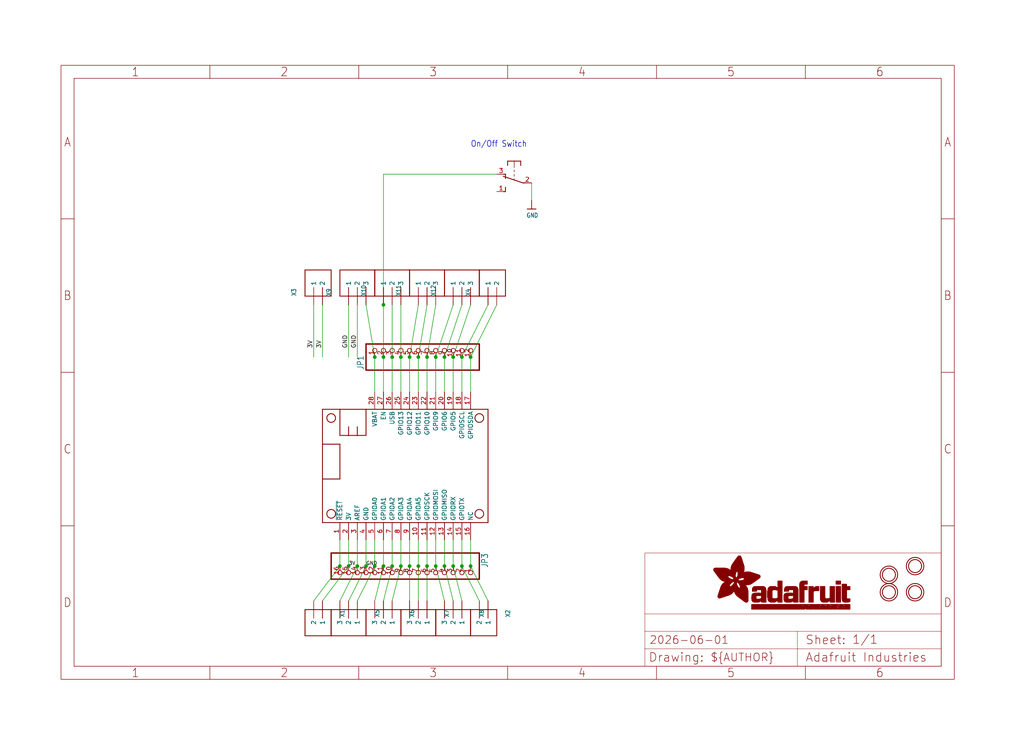
<source format=kicad_sch>
(kicad_sch (version 20230121) (generator eeschema)
  (paper "User" 298.45 217.322)
  (lib_symbols
    (symbol "working-eagle-import:FEATHERWING_NODIM"
      (symbol "FEATHERWING_NODIM_1_0"
        (pin input line (at 5.08 -5.08 90) (length 5.08) (name "~{RESET}") (number "1"))
        (pin bidirectional line (at 27.94 -5.08 90) (length 5.08) (name "GPIOA5") (number "10"))
        (pin bidirectional line (at 30.48 -5.08 90) (length 5.08) (name "GPIOSCK") (number "11"))
        (pin bidirectional line (at 33.02 -5.08 90) (length 5.08) (name "GPIOMOSI") (number "12"))
        (pin bidirectional line (at 35.56 -5.08 90) (length 5.08) (name "GPIOMISO") (number "13"))
        (pin bidirectional line (at 38.1 -5.08 90) (length 5.08) (name "GPIORX") (number "14"))
        (pin bidirectional line (at 40.64 -5.08 90) (length 5.08) (name "GPIOTX") (number "15"))
        (pin passive line (at 43.18 -5.08 90) (length 5.08) (name "NC") (number "16"))
        (pin bidirectional line (at 43.18 38.1 270) (length 5.08) (name "GPIOSDA") (number "17"))
        (pin bidirectional line (at 40.64 38.1 270) (length 5.08) (name "GPIOSCL") (number "18"))
        (pin bidirectional line (at 38.1 38.1 270) (length 5.08) (name "GPIO5") (number "19"))
        (pin power_in line (at 7.62 -5.08 90) (length 5.08) (name "3V") (number "2"))
        (pin bidirectional line (at 35.56 38.1 270) (length 5.08) (name "GPIO6") (number "20"))
        (pin bidirectional line (at 33.02 38.1 270) (length 5.08) (name "GPIO9") (number "21"))
        (pin bidirectional line (at 30.48 38.1 270) (length 5.08) (name "GPIO10") (number "22"))
        (pin bidirectional line (at 27.94 38.1 270) (length 5.08) (name "GPIO11") (number "23"))
        (pin bidirectional line (at 25.4 38.1 270) (length 5.08) (name "GPIO12") (number "24"))
        (pin bidirectional line (at 22.86 38.1 270) (length 5.08) (name "GPIO13") (number "25"))
        (pin power_in line (at 20.32 38.1 270) (length 5.08) (name "USB") (number "26"))
        (pin passive line (at 17.78 38.1 270) (length 5.08) (name "EN") (number "27"))
        (pin power_in line (at 15.24 38.1 270) (length 5.08) (name "VBAT") (number "28"))
        (pin passive line (at 10.16 -5.08 90) (length 5.08) (name "AREF") (number "3"))
        (pin power_in line (at 12.7 -5.08 90) (length 5.08) (name "GND") (number "4"))
        (pin bidirectional line (at 15.24 -5.08 90) (length 5.08) (name "GPIOA0") (number "5"))
        (pin bidirectional line (at 17.78 -5.08 90) (length 5.08) (name "GPIOA1") (number "6"))
        (pin bidirectional line (at 20.32 -5.08 90) (length 5.08) (name "GPIOA2") (number "7"))
        (pin bidirectional line (at 22.86 -5.08 90) (length 5.08) (name "GPIOA3") (number "8"))
        (pin bidirectional line (at 25.4 -5.08 90) (length 5.08) (name "GPIOA4") (number "9"))
      )
    )
    (symbol "working-eagle-import:FRAME_A4_ADAFRUIT"
      (symbol "FRAME_A4_ADAFRUIT_1_0"
        (text "${#}/${##}" (at 230.505 10.16 0) (effects (font (size 2.54 2.54)) (justify left bottom)))
        (text "${AUTHOR}" (at 189.23 5.08 0) (effects (font (size 2.286 2.286)) (justify left bottom)))
        (text "${CURRENT_DATE}" (at 171.45 10.16 0) (effects (font (size 2.286 2.286)) (justify left bottom)))
        (text "${PROJECTNAME}" (at 171.45 15.24 0) (effects (font (size 2.54 2.54)) (justify left bottom)))
        (text "1" (at 21.6958 1.905 0) (effects (font (size 2.54 2.286))))
        (text "1" (at 21.6958 177.165 0) (effects (font (size 2.54 2.286))))
        (text "2" (at 65.0875 1.905 0) (effects (font (size 2.54 2.286))))
        (text "2" (at 65.0875 177.165 0) (effects (font (size 2.54 2.286))))
        (text "3" (at 108.4792 1.905 0) (effects (font (size 2.54 2.286))))
        (text "3" (at 108.4792 177.165 0) (effects (font (size 2.54 2.286))))
        (text "4" (at 151.8708 1.905 0) (effects (font (size 2.54 2.286))))
        (text "4" (at 151.8708 177.165 0) (effects (font (size 2.54 2.286))))
        (text "5" (at 195.2625 1.905 0) (effects (font (size 2.54 2.286))))
        (text "5" (at 195.2625 177.165 0) (effects (font (size 2.54 2.286))))
        (text "6" (at 238.6542 1.905 0) (effects (font (size 2.54 2.286))))
        (text "6" (at 238.6542 177.165 0) (effects (font (size 2.54 2.286))))
        (text "A" (at 1.905 156.6863 0) (effects (font (size 2.54 2.286))))
        (text "A" (at 258.445 156.6863 0) (effects (font (size 2.54 2.286))))
        (text "Adafruit Industries" (at 216.916 4.953 0) (effects (font (size 2.54 2.54)) (justify left bottom)))
        (text "B" (at 1.905 111.9188 0) (effects (font (size 2.54 2.286))))
        (text "B" (at 258.445 111.9188 0) (effects (font (size 2.54 2.286))))
        (text "C" (at 1.905 67.1513 0) (effects (font (size 2.54 2.286))))
        (text "C" (at 258.445 67.1513 0) (effects (font (size 2.54 2.286))))
        (text "D" (at 1.905 22.3838 0) (effects (font (size 2.54 2.286))))
        (text "D" (at 258.445 22.3838 0) (effects (font (size 2.54 2.286))))
        (text "Drawing:" (at 171.196 4.953 0) (effects (font (size 2.54 2.54)) (justify left bottom)))
        (text "Sheet:" (at 216.916 10.033 0) (effects (font (size 2.54 2.54)) (justify left bottom)))
      )
    )
    (symbol "working-eagle-import:GND" (power)
      (property "Value" "GND" (at -1.524 -2.54 0))
      (symbol "GND_1_0"
        (pin power_in line (at 0 2.54 270) (length 2.54) (name "GND") (number "1"))
      )
    )
    (symbol "working-eagle-import:HEADER-1X1276MIL"
      (property "Reference" "JP" (at -6.35 18.415 0))
      (symbol "HEADER-1X1276MIL_1_0"
        (pin passive inverted (at -2.54 15.24 0) (length 2.54) (name "1") (number "1"))
        (pin passive inverted (at -2.54 -7.62 0) (length 2.54) (name "10") (number "10"))
        (pin passive inverted (at -2.54 -10.16 0) (length 2.54) (name "11") (number "11"))
        (pin passive inverted (at -2.54 -12.7 0) (length 2.54) (name "12") (number "12"))
        (pin passive inverted (at -2.54 12.7 0) (length 2.54) (name "2") (number "2"))
        (pin passive inverted (at -2.54 10.16 0) (length 2.54) (name "3") (number "3"))
        (pin passive inverted (at -2.54 7.62 0) (length 2.54) (name "4") (number "4"))
        (pin passive inverted (at -2.54 5.08 0) (length 2.54) (name "5") (number "5"))
        (pin passive inverted (at -2.54 2.54 0) (length 2.54) (name "6") (number "6"))
        (pin passive inverted (at -2.54 0 0) (length 2.54) (name "7") (number "7"))
        (pin passive inverted (at -2.54 -2.54 0) (length 2.54) (name "8") (number "8"))
        (pin passive inverted (at -2.54 -5.08 0) (length 2.54) (name "9") (number "9"))
      )
    )
    (symbol "working-eagle-import:HEADER-1X16_76MIL"
      (property "Reference" "JP" (at -6.35 20.955 0))
      (symbol "HEADER-1X16_76MIL_1_0"
        (pin passive inverted (at -2.54 17.78 0) (length 2.54) (name "1") (number "1"))
        (pin passive inverted (at -2.54 -5.08 0) (length 2.54) (name "10") (number "10"))
        (pin passive inverted (at -2.54 -7.62 0) (length 2.54) (name "11") (number "11"))
        (pin passive inverted (at -2.54 -10.16 0) (length 2.54) (name "12") (number "12"))
        (pin passive inverted (at -2.54 -12.7 0) (length 2.54) (name "13") (number "13"))
        (pin passive inverted (at -2.54 -15.24 0) (length 2.54) (name "14") (number "14"))
        (pin passive inverted (at -2.54 -17.78 0) (length 2.54) (name "15") (number "15"))
        (pin passive inverted (at -2.54 -20.32 0) (length 2.54) (name "16") (number "16"))
        (pin passive inverted (at -2.54 15.24 0) (length 2.54) (name "2") (number "2"))
        (pin passive inverted (at -2.54 12.7 0) (length 2.54) (name "3") (number "3"))
        (pin passive inverted (at -2.54 10.16 0) (length 2.54) (name "4") (number "4"))
        (pin passive inverted (at -2.54 7.62 0) (length 2.54) (name "5") (number "5"))
        (pin passive inverted (at -2.54 5.08 0) (length 2.54) (name "6") (number "6"))
        (pin passive inverted (at -2.54 2.54 0) (length 2.54) (name "7") (number "7"))
        (pin passive inverted (at -2.54 0 0) (length 2.54) (name "8") (number "8"))
        (pin passive inverted (at -2.54 -2.54 0) (length 2.54) (name "9") (number "9"))
      )
    )
    (symbol "working-eagle-import:MOUNTINGHOLE3.0THIN")
    (symbol "working-eagle-import:OS102011MA1Q"
      (symbol "OS102011MA1Q_1_0"
        (pin passive line (at 2.54 5.08 270) (length 2.54) (name "S") (number "1"))
        (pin passive line (at 0 -5.08 90) (length 2.54) (name "P") (number "2"))
        (pin passive line (at -2.54 5.08 270) (length 2.54) (name "O") (number "3"))
      )
      (symbol "OS102011MA1Q_2_0"
        (pin passive line (at 0 0 0) (length 5.08) (name "MT") (number "MT1"))
      )
      (symbol "OS102011MA1Q_3_0"
        (pin passive line (at 0 0 0) (length 5.08) (name "MT") (number "MT2"))
      )
    )
    (symbol "working-eagle-import:TERMBLOCK_1X2"
      (property "Reference" "X" (at -2.54 7.62 0))
      (symbol "TERMBLOCK_1X2_1_0"
        (pin passive line (at -5.08 2.54 0) (length 5.08) (name "1") (number "1"))
        (pin passive line (at -5.08 0 0) (length 5.08) (name "2") (number "2"))
      )
    )
    (symbol "working-eagle-import:TERMBLOCK_1X3"
      (property "Reference" "X" (at -2.54 7.62 0))
      (symbol "TERMBLOCK_1X3_1_0"
        (pin passive line (at -5.08 2.54 0) (length 5.08) (name "1") (number "1"))
        (pin passive line (at -5.08 0 0) (length 5.08) (name "2") (number "2"))
        (pin passive line (at -5.08 -2.54 0) (length 5.08) (name "3") (number "3"))
      )
    )
  )
  (junction (at 104.14 165.1))
  (junction (at 109.22 165.1))
  (junction (at 119.38 104.14))
  (junction (at 127 104.14))
  (junction (at 121.92 165.1))
  (junction (at 101.6 165.1))
  (junction (at 132.08 165.1))
  (junction (at 119.38 165.1))
  (junction (at 109.22 104.14))
  (junction (at 137.16 104.14))
  (junction (at 111.76 165.1))
  (junction (at 127 165.1))
  (junction (at 134.62 104.14))
  (junction (at 99.06 165.1))
  (junction (at 116.84 104.14))
  (junction (at 114.3 104.14))
  (junction (at 137.16 165.1))
  (junction (at 106.68 165.1))
  (junction (at 124.46 104.14))
  (junction (at 114.3 165.1))
  (junction (at 132.08 104.14))
  (junction (at 129.54 104.14))
  (junction (at 121.92 104.14))
  (junction (at 134.62 165.1))
  (junction (at 111.76 104.14))
  (junction (at 116.84 165.1))
  (junction (at 111.76 88.9))
  (junction (at 129.54 165.1))
  (junction (at 124.46 165.1))
  (wire (pts (xy 134.62 104.14) (xy 134.62 114.3)) (stroke (width 0.1524)))
  (wire (pts (xy 91.44 175.26) (xy 99.06 165.1)) (stroke (width 0.1524)))
  (wire (pts (xy 111.76 104.14) (xy 111.76 88.9)) (stroke (width 0.1524)))
  (wire (pts (xy 134.62 165.1) (xy 134.62 157.48)) (stroke (width 0.1524)))
  (wire (pts (xy 137.16 104.14) (xy 144.78 88.9)) (stroke (width 0.1524)))
  (wire (pts (xy 114.3 165.1) (xy 114.3 157.48)) (stroke (width 0.1524)))
  (wire (pts (xy 109.22 104.14) (xy 106.68 88.9)) (stroke (width 0.1524)))
  (wire (pts (xy 119.38 104.14) (xy 119.38 114.3)) (stroke (width 0.1524)))
  (wire (pts (xy 101.6 88.9) (xy 101.6 104.14)) (stroke (width 0.1524)))
  (wire (pts (xy 114.3 104.14) (xy 114.3 114.3)) (stroke (width 0.1524)))
  (wire (pts (xy 132.08 175.26) (xy 129.54 165.1)) (stroke (width 0.1524)))
  (wire (pts (xy 132.08 88.9) (xy 127 104.14)) (stroke (width 0.1524)))
  (wire (pts (xy 124.46 88.9) (xy 121.92 104.14)) (stroke (width 0.1524)))
  (wire (pts (xy 132.08 104.14) (xy 137.16 88.9)) (stroke (width 0.1524)))
  (wire (pts (xy 137.16 165.1) (xy 137.16 157.48)) (stroke (width 0.1524)))
  (wire (pts (xy 119.38 175.26) (xy 119.38 165.1)) (stroke (width 0.1524)))
  (wire (pts (xy 111.76 104.14) (xy 111.76 114.3)) (stroke (width 0.1524)))
  (wire (pts (xy 109.22 104.14) (xy 109.22 114.3)) (stroke (width 0.1524)))
  (wire (pts (xy 124.46 165.1) (xy 124.46 157.48)) (stroke (width 0.1524)))
  (wire (pts (xy 124.46 175.26) (xy 124.46 165.1)) (stroke (width 0.1524)))
  (wire (pts (xy 144.78 50.8) (xy 111.76 50.8)) (stroke (width 0.1524)))
  (wire (pts (xy 101.6 175.26) (xy 106.68 165.1)) (stroke (width 0.1524)))
  (wire (pts (xy 101.6 165.1) (xy 101.6 157.48)) (stroke (width 0.1524)))
  (wire (pts (xy 121.92 175.26) (xy 121.92 165.1)) (stroke (width 0.1524)))
  (wire (pts (xy 137.16 104.14) (xy 137.16 114.3)) (stroke (width 0.1524)))
  (wire (pts (xy 124.46 104.14) (xy 124.46 114.3)) (stroke (width 0.1524)))
  (wire (pts (xy 134.62 104.14) (xy 142.24 88.9)) (stroke (width 0.1524)))
  (wire (pts (xy 99.06 165.1) (xy 99.06 157.48)) (stroke (width 0.1524)))
  (wire (pts (xy 134.62 175.26) (xy 132.08 165.1)) (stroke (width 0.1524)))
  (wire (pts (xy 111.76 88.9) (xy 111.76 50.8)) (stroke (width 0.1524)))
  (wire (pts (xy 104.14 165.1) (xy 104.14 157.48)) (stroke (width 0.1524)))
  (wire (pts (xy 127 104.14) (xy 127 114.3)) (stroke (width 0.1524)))
  (wire (pts (xy 91.44 88.9) (xy 91.44 104.14)) (stroke (width 0.1524)))
  (wire (pts (xy 93.98 88.9) (xy 93.98 104.14)) (stroke (width 0.1524)))
  (wire (pts (xy 119.38 165.1) (xy 119.38 157.48)) (stroke (width 0.1524)))
  (wire (pts (xy 109.22 175.26) (xy 111.76 165.1)) (stroke (width 0.1524)))
  (wire (pts (xy 121.92 165.1) (xy 121.92 157.48)) (stroke (width 0.1524)))
  (wire (pts (xy 129.54 175.26) (xy 127 165.1)) (stroke (width 0.1524)))
  (wire (pts (xy 111.76 175.26) (xy 114.3 165.1)) (stroke (width 0.1524)))
  (wire (pts (xy 132.08 104.14) (xy 132.08 114.3)) (stroke (width 0.1524)))
  (wire (pts (xy 109.22 165.1) (xy 109.22 157.48)) (stroke (width 0.1524)))
  (wire (pts (xy 114.3 175.26) (xy 116.84 165.1)) (stroke (width 0.1524)))
  (wire (pts (xy 114.3 104.14) (xy 114.3 88.9)) (stroke (width 0.1524)))
  (wire (pts (xy 116.84 104.14) (xy 116.84 88.9)) (stroke (width 0.1524)))
  (wire (pts (xy 134.62 165.1) (xy 139.7 175.26)) (stroke (width 0.1524)))
  (wire (pts (xy 132.08 165.1) (xy 132.08 157.48)) (stroke (width 0.1524)))
  (wire (pts (xy 111.76 165.1) (xy 111.76 157.48)) (stroke (width 0.1524)))
  (wire (pts (xy 119.38 104.14) (xy 121.92 88.9)) (stroke (width 0.1524)))
  (wire (pts (xy 137.16 165.1) (xy 142.24 175.26)) (stroke (width 0.1524)))
  (wire (pts (xy 104.14 88.9) (xy 104.14 104.14)) (stroke (width 0.1524)))
  (wire (pts (xy 154.94 53.34) (xy 154.94 58.42)) (stroke (width 0.1524)))
  (wire (pts (xy 106.68 165.1) (xy 106.68 157.48)) (stroke (width 0.1524)))
  (wire (pts (xy 127 165.1) (xy 127 157.48)) (stroke (width 0.1524)))
  (wire (pts (xy 121.92 104.14) (xy 121.92 114.3)) (stroke (width 0.1524)))
  (wire (pts (xy 104.14 175.26) (xy 109.22 165.1)) (stroke (width 0.1524)))
  (wire (pts (xy 116.84 165.1) (xy 116.84 157.48)) (stroke (width 0.1524)))
  (wire (pts (xy 93.98 175.26) (xy 101.6 165.1)) (stroke (width 0.1524)))
  (wire (pts (xy 129.54 104.14) (xy 129.54 114.3)) (stroke (width 0.1524)))
  (wire (pts (xy 124.46 104.14) (xy 127 88.9)) (stroke (width 0.1524)))
  (wire (pts (xy 129.54 104.14) (xy 134.62 88.9)) (stroke (width 0.1524)))
  (wire (pts (xy 116.84 104.14) (xy 116.84 114.3)) (stroke (width 0.1524)))
  (wire (pts (xy 99.06 175.26) (xy 104.14 165.1)) (stroke (width 0.1524)))
  (wire (pts (xy 129.54 165.1) (xy 129.54 157.48)) (stroke (width 0.1524)))
  (text "On/Off Switch" (at 137.16 43.18 0) (effects (font (size 1.778 1.5113)) (justify left bottom)))
  (label "3V" (at 101.6 165.1 0) (effects (font (size 1.016 1.016))))
  (label "GND" (at 101.6 101.6 90) (effects (font (size 1.2446 1.2446))))
  (label "3V" (at 91.44 101.6 90) (effects (font (size 1.2446 1.2446))))
  (label "GND" (at 104.14 101.6 90) (effects (font (size 1.2446 1.2446))))
  (label "3V" (at 93.98 101.6 90) (effects (font (size 1.2446 1.2446))))
  (label "GND" (at 106.68 165.1 0) (effects (font (size 1.016 1.016))))
  (symbol (lib_id "working-eagle-import:HEADER-1X16_76MIL") (at 119.38 167.64 270) (unit 1)
    (property "Reference" "JP3" (at 140.335 161.29 0) (effects (font (size 1.778 1.5113)) (justify left bottom)))
    (property "Value" "HEADER-1X16_76MIL" (effects hide))
    (property "Footprint" "working:1X16_ROUND_76MIL" (effects hide))
  )
  (symbol (lib_id "working-eagle-import:TERMBLOCK_1X2") (at 93.98 83.82 90) (unit 1)
    (property "Reference" "X3" (at 86.36 86.36 0) (effects (font (size 1.27 1.0795)) (justify left bottom)))
    (property "Value" "TERMBLOCK_1X2" (effects hide))
    (property "Footprint" "working:TERMBLOCK_1X2-3.5MM" (effects hide))
  )
  (symbol (lib_id "working-eagle-import:MOUNTINGHOLE3.0THIN") (at 259.08 167.64 0) (unit 1)
    (property "Reference" "U$3" (effects hide))
    (property "Value" "MOUNTINGHOLE3.0THIN" (effects hide))
    (property "Footprint" "working:MOUNTINGHOLE_3.0_PLATEDTHIN" (effects hide))
  )
  (symbol (lib_id "working-eagle-import:GND") (at 154.94 60.96 0) (unit 1)
    (property "Reference" "#U$14" (effects hide))
    (property "Value" "GND" (at 153.416 63.5 0) (effects (font (size 1.27 1.0795)) (justify left bottom)))
  )
  (symbol (lib_id "working-eagle-import:OS102011MA1Q") (at 149.86 53.34 90) (mirror x) (unit 1)
    (property "Reference" "S2" (effects hide))
    (property "Value" "OS102011MA1Q" (effects hide))
    (property "Footprint" "working:OS102011MA1Q" (effects hide))
  )
  (symbol (lib_id "working-eagle-import:TERMBLOCK_1X2") (at 144.78 83.82 90) (unit 1)
    (property "Reference" "X4" (at 137.16 86.36 0) (effects (font (size 1.27 1.0795)) (justify left bottom)))
    (property "Value" "TERMBLOCK_1X2" (effects hide))
    (property "Footprint" "working:TERMBLOCK_1X2-3.5MM" (effects hide))
  )
  (symbol (lib_id "working-eagle-import:TERMBLOCK_1X2") (at 91.44 180.34 270) (unit 1)
    (property "Reference" "X1" (at 99.06 177.8 0) (effects (font (size 1.27 1.0795)) (justify left bottom)))
    (property "Value" "TERMBLOCK_1X2" (effects hide))
    (property "Footprint" "working:TERMBLOCK_1X2-3.5MM" (effects hide))
  )
  (symbol (lib_id "working-eagle-import:TERMBLOCK_1X3") (at 134.62 83.82 90) (unit 1)
    (property "Reference" "X12" (at 127 86.36 0) (effects (font (size 1.27 1.0795)) (justify left bottom)))
    (property "Value" "TERMBLOCK_1X3" (effects hide))
    (property "Footprint" "working:TERMBLOCK_1X3-3.5MM" (effects hide))
  )
  (symbol (lib_id "working-eagle-import:TERMBLOCK_1X3") (at 121.92 180.34 270) (unit 1)
    (property "Reference" "X7" (at 129.54 177.8 0) (effects (font (size 1.27 1.0795)) (justify left bottom)))
    (property "Value" "TERMBLOCK_1X3" (effects hide))
    (property "Footprint" "working:TERMBLOCK_1X3-3.5MM" (effects hide))
  )
  (symbol (lib_id "working-eagle-import:HEADER-1X1276MIL") (at 124.46 101.6 90) (unit 1)
    (property "Reference" "JP1" (at 106.045 107.95 0) (effects (font (size 1.778 1.5113)) (justify left bottom)))
    (property "Value" "HEADER-1X1276MIL" (effects hide))
    (property "Footprint" "working:1X12_ROUND_76MIL" (effects hide))
  )
  (symbol (lib_id "working-eagle-import:TERMBLOCK_1X3") (at 104.14 83.82 90) (unit 1)
    (property "Reference" "X9" (at 96.52 86.36 0) (effects (font (size 1.27 1.0795)) (justify left bottom)))
    (property "Value" "TERMBLOCK_1X3" (effects hide))
    (property "Footprint" "working:TERMBLOCK_1X3-3.5MM" (effects hide))
  )
  (symbol (lib_id "working-eagle-import:TERMBLOCK_1X3") (at 114.3 83.82 90) (unit 1)
    (property "Reference" "X10" (at 106.68 86.36 0) (effects (font (size 1.27 1.0795)) (justify left bottom)))
    (property "Value" "TERMBLOCK_1X3" (effects hide))
    (property "Footprint" "working:TERMBLOCK_1X3-3.5MM" (effects hide))
  )
  (symbol (lib_id "working-eagle-import:MOUNTINGHOLE3.0THIN") (at 266.7 165.1 0) (unit 1)
    (property "Reference" "U$4" (effects hide))
    (property "Value" "MOUNTINGHOLE3.0THIN" (effects hide))
    (property "Footprint" "working:MOUNTINGHOLE_3.0_PLATEDTHIN" (effects hide))
  )
  (symbol (lib_id "working-eagle-import:TERMBLOCK_1X3") (at 132.08 180.34 270) (unit 1)
    (property "Reference" "X8" (at 139.7 177.8 0) (effects (font (size 1.27 1.0795)) (justify left bottom)))
    (property "Value" "TERMBLOCK_1X3" (effects hide))
    (property "Footprint" "working:TERMBLOCK_1X3-3.5MM" (effects hide))
  )
  (symbol (lib_id "working-eagle-import:TERMBLOCK_1X2") (at 139.7 180.34 270) (unit 1)
    (property "Reference" "X2" (at 147.32 177.8 0) (effects (font (size 1.27 1.0795)) (justify left bottom)))
    (property "Value" "TERMBLOCK_1X2" (effects hide))
    (property "Footprint" "working:TERMBLOCK_1X2-3.5MM" (effects hide))
  )
  (symbol (lib_id "working-eagle-import:FEATHERWING_NODIM") (at 93.98 152.4 0) (unit 1)
    (property "Reference" "MS1" (effects hide))
    (property "Value" "FEATHERWING_NODIM" (effects hide))
    (property "Footprint" "working:FEATHERWING_DIM" (effects hide))
  )
  (symbol (lib_id "working-eagle-import:FRAME_A4_ADAFRUIT") (at 17.78 198.12 0) (unit 1)
    (property "Reference" "#U$1" (effects hide))
    (property "Value" "FRAME_A4_ADAFRUIT" (effects hide))
  )
  (symbol (lib_id "working-eagle-import:TERMBLOCK_1X3") (at 124.46 83.82 90) (unit 1)
    (property "Reference" "X11" (at 116.84 86.36 0) (effects (font (size 1.27 1.0795)) (justify left bottom)))
    (property "Value" "TERMBLOCK_1X3" (effects hide))
    (property "Footprint" "working:TERMBLOCK_1X3-3.5MM" (effects hide))
  )
  (symbol (lib_id "working-eagle-import:TERMBLOCK_1X3") (at 101.6 180.34 270) (unit 1)
    (property "Reference" "X5" (at 109.22 177.8 0) (effects (font (size 1.27 1.0795)) (justify left bottom)))
    (property "Value" "TERMBLOCK_1X3" (effects hide))
    (property "Footprint" "working:TERMBLOCK_1X3-3.5MM" (effects hide))
  )
  (symbol (lib_id "working-eagle-import:TERMBLOCK_1X3") (at 111.76 180.34 270) (unit 1)
    (property "Reference" "X6" (at 119.38 177.8 0) (effects (font (size 1.27 1.0795)) (justify left bottom)))
    (property "Value" "TERMBLOCK_1X3" (effects hide))
    (property "Footprint" "working:TERMBLOCK_1X3-3.5MM" (effects hide))
  )
  (symbol (lib_id "working-eagle-import:MOUNTINGHOLE3.0THIN") (at 259.08 172.72 0) (unit 1)
    (property "Reference" "U$2" (effects hide))
    (property "Value" "MOUNTINGHOLE3.0THIN" (effects hide))
    (property "Footprint" "working:MOUNTINGHOLE_3.0_PLATEDTHIN" (effects hide))
  )
  (symbol (lib_id "working-eagle-import:MOUNTINGHOLE3.0THIN") (at 266.7 172.72 0) (unit 1)
    (property "Reference" "U$5" (effects hide))
    (property "Value" "MOUNTINGHOLE3.0THIN" (effects hide))
    (property "Footprint" "working:MOUNTINGHOLE_3.0_PLATEDTHIN" (effects hide))
  )
)
</source>
